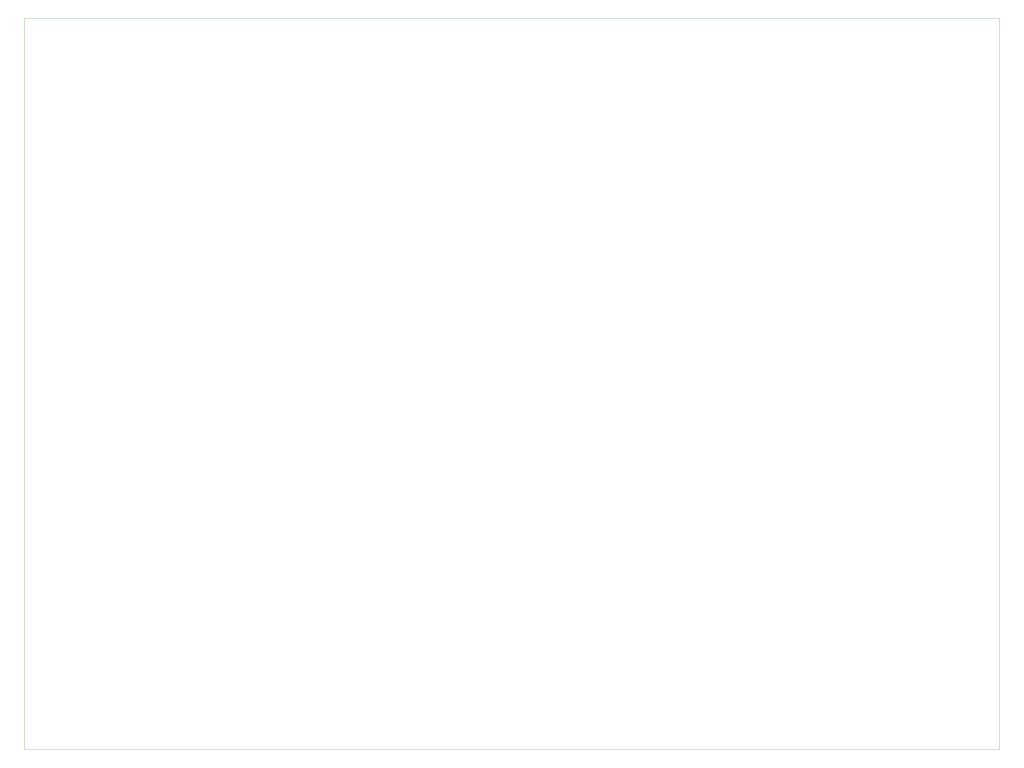
<source format=gbr>
G04 start of page 8 for group 6 idx 6 *
G04 Title: (unknown), outline *
G04 Creator: pcb 4.2.0 *
G04 CreationDate: Tue Jul 14 02:58:48 2020 UTC *
G04 For: commonadmin *
G04 Format: Gerber/RS-274X *
G04 PCB-Dimensions (mil): 24000.00 18000.00 *
G04 PCB-Coordinate-Origin: lower left *
%MOIN*%
%FSLAX25Y25*%
%LNOUTLINE*%
%ADD49R,0.0060X0.0060*%
G54D49*X0Y1800000D02*Y0D01*
Y1800000D02*X2400000D01*
X0Y0D02*X2400000D01*
Y1800000D02*Y0D01*
M02*

</source>
